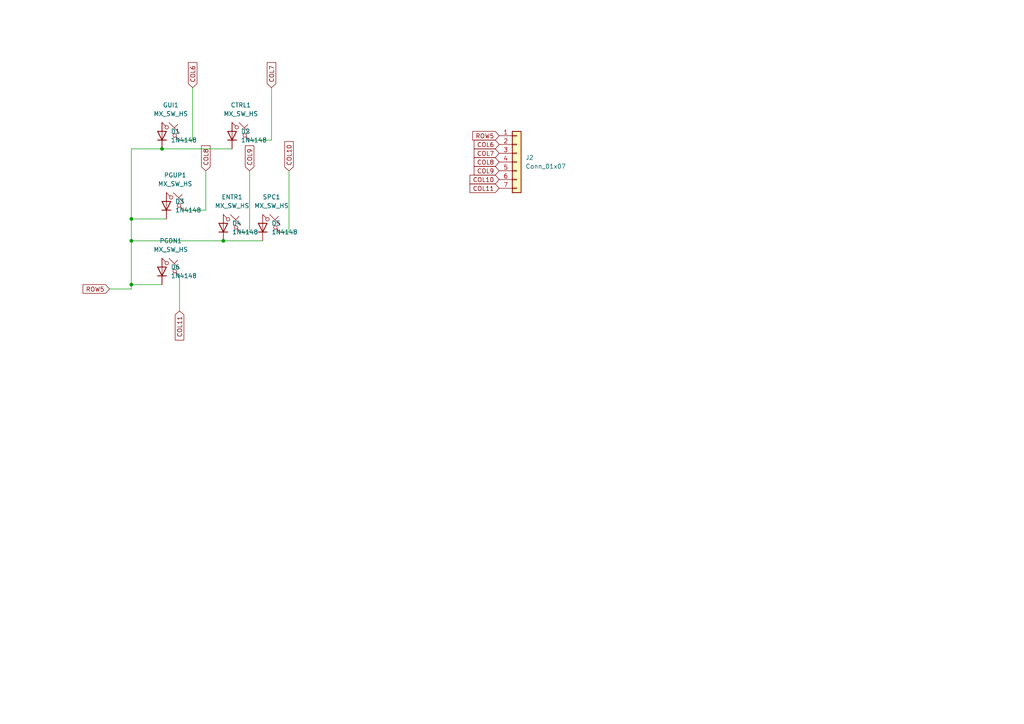
<source format=kicad_sch>
(kicad_sch (version 20231120) (generator "eeschema") (generator_version "8.0")
  (paper "A4")
  (lib_symbols
    (symbol "Connector_Generic:Conn_01x07" (pin_names (offset 1.016) hide)
      (property "Reference" "J" (at 0 10.16 0))
      (property "Value" "Conn_01x07" (at 0 -10.16 0))
      (symbol "Conn_01x07_1_1"
        (rectangle (start -1.27 -7.493) (end 0 -7.747) (stroke (width 0.1524)))
        (rectangle (start -1.27 -4.953) (end 0 -5.207) (stroke (width 0.1524)))
        (rectangle (start -1.27 -2.413) (end 0 -2.667) (stroke (width 0.1524)))
        (rectangle (start -1.27 0.127) (end 0 -0.127) (stroke (width 0.1524)))
        (rectangle (start -1.27 2.667) (end 0 2.413) (stroke (width 0.1524)))
        (rectangle (start -1.27 5.207) (end 0 4.953) (stroke (width 0.1524)))
        (rectangle (start -1.27 7.747) (end 0 7.493) (stroke (width 0.1524)))
        (rectangle (start -1.27 8.89) (end 1.27 -8.89) (stroke (width 0.254)) (fill (type background)))
        (pin passive line (at -5.08 7.62 0) (length 3.81) (name "Pin_1") (number "1"))
        (pin passive line (at -5.08 5.08 0) (length 3.81) (name "Pin_2") (number "2"))
        (pin passive line (at -5.08 2.54 0) (length 3.81) (name "Pin_3") (number "3"))
        (pin passive line (at -5.08 0 0) (length 3.81) (name "Pin_4") (number "4"))
        (pin passive line (at -5.08 -2.54 0) (length 3.81) (name "Pin_5") (number "5"))
        (pin passive line (at -5.08 -5.08 0) (length 3.81) (name "Pin_6") (number "6"))
        (pin passive line (at -5.08 -7.62 0) (length 3.81) (name "Pin_7") (number "7"))
      )
    )
    (symbol "Diode:1N4148" (pin_numbers hide) (pin_names hide)
      (property "Reference" "D" (at 0 2.54 0))
      (property "Value" "1N4148" (at 0 -2.54 0))
      (symbol "1N4148_0_1"
        (polyline (pts (xy -1.27 1.27) (xy -1.27 -1.27)) (stroke (width 0.254)))
        (polyline (pts (xy 1.27 0) (xy -1.27 0)))
        (polyline (pts (xy 1.27 1.27) (xy 1.27 -1.27) (xy -1.27 0) (xy 1.27 1.27)) (stroke (width 0.254)))
      )
      (symbol "1N4148_1_1"
        (pin passive line (at -3.81 0 0) (length 2.54) (name "K") (number "1"))
        (pin passive line (at 3.81 0 180) (length 2.54) (name "A") (number "2"))
      )
    )
    (symbol "PCM_marbastlib-mx:MX_SW_HS_KS-2P02B01-01" (pin_numbers hide) (pin_names (offset 1.016) hide)
      (property "Reference" "MX" (at 3.048 1.016 0))
      (property "Value" "MX_SW_HS" (at 0 -3.81 0))
      (symbol "MX_SW_HS_KS-2P02B01-01_0_1"
        (circle (center -1.1684 1.1684) (radius 0.508))
        (polyline (pts (xy -0.508 2.54) (xy 2.54 -0.508)))
        (polyline (pts (xy 1.016 1.016) (xy 2.032 2.032)))
        (polyline (pts (xy -2.54 2.54) (xy -1.524 1.524) (xy -1.524 1.524)))
        (polyline (pts (xy 1.524 -1.524) (xy 2.54 -2.54) (xy 2.54 -2.54) (xy 2.54 -2.54)))
        (circle (center 1.143 -1.1938) (radius 0.508))
        (pin passive line (at -2.54 2.54 0) (length 0) (name "1") (number "1"))
        (pin passive line (at 2.54 -2.54 180) (length 0) (name "2") (number "2"))
      )
    )
  )
  (junction (at 38.1 82.55))
  (junction (at 38.1 69.85))
  (junction (at 38.1 63.5))
  (junction (at 64.77 69.85))
  (junction (at 46.99 43.18))
  (wire (pts (xy 38.1 43.18) (xy 38.1 63.5)))
  (wire (pts (xy 72.39 40.64) (xy 78.74 40.64)))
  (wire (pts (xy 38.1 69.85) (xy 38.1 82.55)))
  (wire (pts (xy 81.28 67.31) (xy 83.82 67.31)))
  (wire (pts (xy 52.07 80.01) (xy 52.07 90.17)))
  (wire (pts (xy 59.69 60.96) (xy 59.69 49.53)))
  (wire (pts (xy 72.39 67.31) (xy 72.39 49.53)))
  (wire (pts (xy 31.75 83.82) (xy 38.1 83.82)))
  (wire (pts (xy 38.1 82.55) (xy 46.99 82.55)))
  (wire (pts (xy 53.34 60.96) (xy 59.69 60.96)))
  (wire (pts (xy 55.88 40.64) (xy 55.88 25.4)))
  (wire (pts (xy 64.77 69.85) (xy 76.2 69.85)))
  (wire (pts (xy 38.1 63.5) (xy 38.1 69.85)))
  (wire (pts (xy 52.07 40.64) (xy 55.88 40.64)))
  (wire (pts (xy 38.1 82.55) (xy 38.1 83.82)))
  (wire (pts (xy 78.74 40.64) (xy 78.74 25.4)))
  (wire (pts (xy 46.99 43.18) (xy 38.1 43.18)))
  (wire (pts (xy 83.82 67.31) (xy 83.82 49.53)))
  (wire (pts (xy 46.99 43.18) (xy 67.31 43.18)))
  (wire (pts (xy 38.1 69.85) (xy 64.77 69.85)))
  (wire (pts (xy 69.85 67.31) (xy 72.39 67.31)))
  (wire (pts (xy 38.1 63.5) (xy 48.26 63.5)))
  (global_label "COL7" (shape input) (at 144.78 44.45 180) (property "Intersheetrefs" "${INTERSHEET_REFS}" (effects (hide yes))))
  (global_label "COL11" (shape input) (at 144.78 54.61 180) (property "Intersheetrefs" "${INTERSHEET_REFS}" (effects (hide yes))))
  (global_label "ROW5" (shape input) (at 31.75 83.82 180) (property "Intersheetrefs" "${INTERSHEET_REFS}" (effects (hide yes))))
  (global_label "COL8" (shape input) (at 59.69 49.53 90) (property "Intersheetrefs" "${INTERSHEET_REFS}" (effects (hide yes))))
  (global_label "COL10" (shape input) (at 144.78 52.07 180) (property "Intersheetrefs" "${INTERSHEET_REFS}" (effects (hide yes))))
  (global_label "ROW5" (shape input) (at 144.78 39.37 180) (property "Intersheetrefs" "${INTERSHEET_REFS}" (effects (hide yes))))
  (global_label "COL9" (shape input) (at 144.78 49.53 180) (property "Intersheetrefs" "${INTERSHEET_REFS}" (effects (hide yes))))
  (global_label "COL6" (shape input) (at 55.88 25.4 90) (property "Intersheetrefs" "${INTERSHEET_REFS}" (effects (hide yes))))
  (global_label "COL7" (shape input) (at 78.74 25.4 90) (property "Intersheetrefs" "${INTERSHEET_REFS}" (effects (hide yes))))
  (global_label "COL11" (shape input) (at 52.07 90.17 270) (property "Intersheetrefs" "${INTERSHEET_REFS}" (effects (hide yes))))
  (global_label "COL9" (shape input) (at 72.39 49.53 90) (property "Intersheetrefs" "${INTERSHEET_REFS}" (effects (hide yes))))
  (global_label "COL10" (shape input) (at 83.82 49.53 90) (property "Intersheetrefs" "${INTERSHEET_REFS}" (effects (hide yes))))
  (global_label "COL8" (shape input) (at 144.78 46.99 180) (property "Intersheetrefs" "${INTERSHEET_REFS}" (effects (hide yes))))
  (global_label "COL6" (shape input) (at 144.78 41.91 180) (property "Intersheetrefs" "${INTERSHEET_REFS}" (effects (hide yes))))
  (symbol (lib_id "Diode:1N4148") (at 64.77 66.04 90) (unit 1)
    (property "Reference" "D4" (at 67.31 64.7699 90) (effects (justify right)))
    (property "Value" "1N4148" (at 67.31 67.3099 90) (effects (justify right)))
    (property "Footprint" "Diode_THT:D_DO-35_SOD27_P7.62mm_Horizontal" (effects (hide yes)))
    (property "Datasheet" "https://assets.nexperia.com/documents/data-sheet/1N4148_1N4448.pdf" (effects (hide yes)))
    (property "Description" "100V 0.15A standard switching diode, DO-35" (effects (hide yes)))
    (property "Sim.Device" "D" (effects (hide yes)))
    (property "Sim.Pins" "1=K 2=A" (effects (hide yes)))
  )
  (symbol (lib_id "PCM_marbastlib-mx:MX_SW_HS_KS-2P02B01-01") (at 67.31 64.77 0) (unit 1)
    (property "Reference" "ENTR1" (at 67.31 57.15 0))
    (property "Value" "MX_SW_HS" (at 67.31 59.69 0))
    (property "Footprint" "PCM_marbastlib-xp-mx:SW_MX_Reversible_1u" (effects (hide yes)))
    (property "Description" "Push button switch, normally open, two pins, 45° tilted, Gateron KS-2P02B01-01 for Cherry MX style switches" (effects (hide yes)))
  )
  (symbol (lib_id "Diode:1N4148") (at 48.26 59.69 90) (unit 1)
    (property "Reference" "D3" (at 50.8 58.4199 90) (effects (justify right)))
    (property "Value" "1N4148" (at 50.8 60.9599 90) (effects (justify right)))
    (property "Footprint" "Diode_THT:D_DO-35_SOD27_P7.62mm_Horizontal" (effects (hide yes)))
    (property "Datasheet" "https://assets.nexperia.com/documents/data-sheet/1N4148_1N4448.pdf" (effects (hide yes)))
    (property "Description" "100V 0.15A standard switching diode, DO-35" (effects (hide yes)))
    (property "Sim.Device" "D" (effects (hide yes)))
    (property "Sim.Pins" "1=K 2=A" (effects (hide yes)))
  )
  (symbol (lib_id "Connector_Generic:Conn_01x07") (at 149.86 46.99 0) (unit 1)
    (property "Reference" "J2" (at 152.4 45.7199 0) (effects (justify left)))
    (property "Value" "Conn_01x07" (at 152.4 48.2599 0) (effects (justify left)))
    (property "Footprint" "Connector_JST:JST_XH_B7B-XH-A_1x07_P2.50mm_Vertical" (effects (hide yes)))
    (property "Description" "Generic connector, single row, 01x07, script generated (kicad-library-utils/schlib/autogen/connector/)" (effects (hide yes)))
  )
  (symbol (lib_id "Diode:1N4148") (at 46.99 39.37 90) (unit 1)
    (property "Reference" "D1" (at 49.53 38.0999 90) (effects (justify right)))
    (property "Value" "1N4148" (at 49.53 40.6399 90) (effects (justify right)))
    (property "Footprint" "Diode_THT:D_DO-35_SOD27_P7.62mm_Horizontal" (effects (hide yes)))
    (property "Datasheet" "https://assets.nexperia.com/documents/data-sheet/1N4148_1N4448.pdf" (effects (hide yes)))
    (property "Description" "100V 0.15A standard switching diode, DO-35" (effects (hide yes)))
    (property "Sim.Device" "D" (effects (hide yes)))
    (property "Sim.Pins" "1=K 2=A" (effects (hide yes)))
  )
  (symbol (lib_id "PCM_marbastlib-mx:MX_SW_HS_KS-2P02B01-01") (at 78.74 64.77 0) (unit 1)
    (property "Reference" "SPC1" (at 78.74 57.15 0))
    (property "Value" "MX_SW_HS" (at 78.74 59.69 0))
    (property "Footprint" "PCM_marbastlib-xp-mx:SW_MX_Reversible_1u" (effects (hide yes)))
    (property "Description" "Push button switch, normally open, two pins, 45° tilted, Gateron KS-2P02B01-01 for Cherry MX style switches" (effects (hide yes)))
  )
  (symbol (lib_id "Diode:1N4148") (at 46.99 78.74 90) (unit 1)
    (property "Reference" "D6" (at 49.53 77.4699 90) (effects (justify right)))
    (property "Value" "1N4148" (at 49.53 80.0099 90) (effects (justify right)))
    (property "Footprint" "Diode_THT:D_DO-35_SOD27_P7.62mm_Horizontal" (effects (hide yes)))
    (property "Datasheet" "https://assets.nexperia.com/documents/data-sheet/1N4148_1N4448.pdf" (effects (hide yes)))
    (property "Description" "100V 0.15A standard switching diode, DO-35" (effects (hide yes)))
    (property "Sim.Device" "D" (effects (hide yes)))
    (property "Sim.Pins" "1=K 2=A" (effects (hide yes)))
  )
  (symbol (lib_id "PCM_marbastlib-mx:MX_SW_HS_KS-2P02B01-01") (at 49.53 77.47 0) (unit 1)
    (property "Reference" "PGDN1" (at 49.53 69.85 0))
    (property "Value" "MX_SW_HS" (at 49.53 72.39 0))
    (property "Footprint" "PCM_marbastlib-xp-mx:SW_MX_Reversible_1u" (effects (hide yes)))
    (property "Description" "Push button switch, normally open, two pins, 45° tilted, Gateron KS-2P02B01-01 for Cherry MX style switches" (effects (hide yes)))
  )
  (symbol (lib_id "PCM_marbastlib-mx:MX_SW_HS_KS-2P02B01-01") (at 69.85 38.1 0) (unit 1)
    (property "Reference" "CTRL1" (at 69.85 30.48 0))
    (property "Value" "MX_SW_HS" (at 69.85 33.02 0))
    (property "Footprint" "PCM_marbastlib-xp-mx:SW_MX_Reversible_1u" (effects (hide yes)))
    (property "Description" "Push button switch, normally open, two pins, 45° tilted, Gateron KS-2P02B01-01 for Cherry MX style switches" (effects (hide yes)))
  )
  (symbol (lib_id "Diode:1N4148") (at 67.31 39.37 90) (unit 1)
    (property "Reference" "D2" (at 69.85 38.0999 90) (effects (justify right)))
    (property "Value" "1N4148" (at 69.85 40.6399 90) (effects (justify right)))
    (property "Footprint" "Diode_THT:D_DO-35_SOD27_P7.62mm_Horizontal" (effects (hide yes)))
    (property "Datasheet" "https://assets.nexperia.com/documents/data-sheet/1N4148_1N4448.pdf" (effects (hide yes)))
    (property "Description" "100V 0.15A standard switching diode, DO-35" (effects (hide yes)))
    (property "Sim.Device" "D" (effects (hide yes)))
    (property "Sim.Pins" "1=K 2=A" (effects (hide yes)))
  )
  (symbol (lib_id "PCM_marbastlib-mx:MX_SW_HS_KS-2P02B01-01") (at 49.53 38.1 0) (unit 1)
    (property "Reference" "GUI1" (at 49.53 30.48 0))
    (property "Value" "MX_SW_HS" (at 49.53 33.02 0))
    (property "Footprint" "PCM_marbastlib-xp-mx:SW_MX_Reversible_1u" (effects (hide yes)))
    (property "Description" "Push button switch, normally open, two pins, 45° tilted, Gateron KS-2P02B01-01 for Cherry MX style switches" (effects (hide yes)))
  )
  (symbol (lib_id "PCM_marbastlib-mx:MX_SW_HS_KS-2P02B01-01") (at 50.8 58.42 0) (unit 1)
    (property "Reference" "PGUP1" (at 50.8 50.8 0))
    (property "Value" "MX_SW_HS" (at 50.8 53.34 0))
    (property "Footprint" "PCM_marbastlib-xp-mx:SW_MX_Reversible_1u" (effects (hide yes)))
    (property "Description" "Push button switch, normally open, two pins, 45° tilted, Gateron KS-2P02B01-01 for Cherry MX style switches" (effects (hide yes)))
  )
  (symbol (lib_id "Diode:1N4148") (at 76.2 66.04 90) (unit 1)
    (property "Reference" "D5" (at 78.74 64.7699 90) (effects (justify right)))
    (property "Value" "1N4148" (at 78.74 67.3099 90) (effects (justify right)))
    (property "Footprint" "Diode_THT:D_DO-35_SOD27_P7.62mm_Horizontal" (effects (hide yes)))
    (property "Datasheet" "https://assets.nexperia.com/documents/data-sheet/1N4148_1N4448.pdf" (effects (hide yes)))
    (property "Description" "100V 0.15A standard switching diode, DO-35" (effects (hide yes)))
    (property "Sim.Device" "D" (effects (hide yes)))
    (property "Sim.Pins" "1=K 2=A" (effects (hide yes)))
  )
)
</source>
